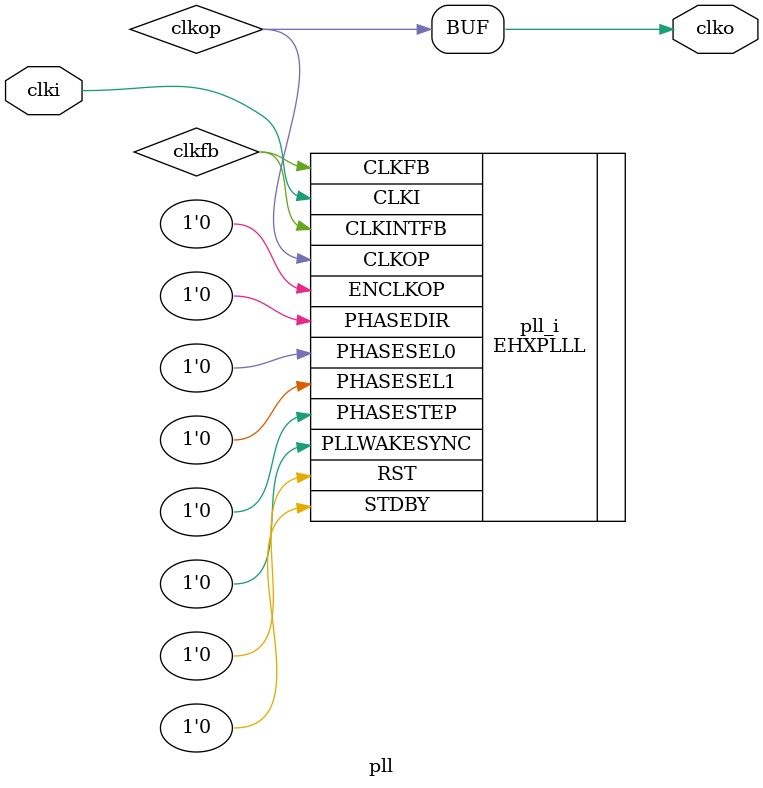
<source format=v>
module pll(input clki, 
    output clko
);
wire clkfb;
wire clkos;
wire clkop;
(* ICP_CURRENT="12" *) (* LPF_RESISTOR="8" *) (* MFG_ENABLE_FILTEROPAMP="1" *) (* MFG_GMCREF_SEL="2" *)
EHXPLLL #(
        .PLLRST_ENA("DISABLED"),
        .INTFB_WAKE("DISABLED"),
        .STDBY_ENABLE("DISABLED"),
        .DPHASE_SOURCE("DISABLED"),
        .CLKOP_FPHASE(0),
        .CLKOP_CPHASE(2),
        .OUTDIVIDER_MUXA("DIVA"),
        .CLKOP_ENABLE("ENABLED"),
        .CLKOP_DIV(5),
        .CLKFB_DIV(5),
        .CLKI_DIV(4),
        .FEEDBK_PATH("INT_OP")
    ) pll_i (
        .CLKI(clki),
        .CLKFB(clkfb),
        .CLKINTFB(clkfb),
        .CLKOP(clkop),
        .RST(1'b0),
        .STDBY(1'b0),
        .PHASESEL0(1'b0),
        .PHASESEL1(1'b0),
        .PHASEDIR(1'b0),
        .PHASESTEP(1'b0),
        .PLLWAKESYNC(1'b0),
        .ENCLKOP(1'b0),
	);
assign clko = clkop;
endmodule

</source>
